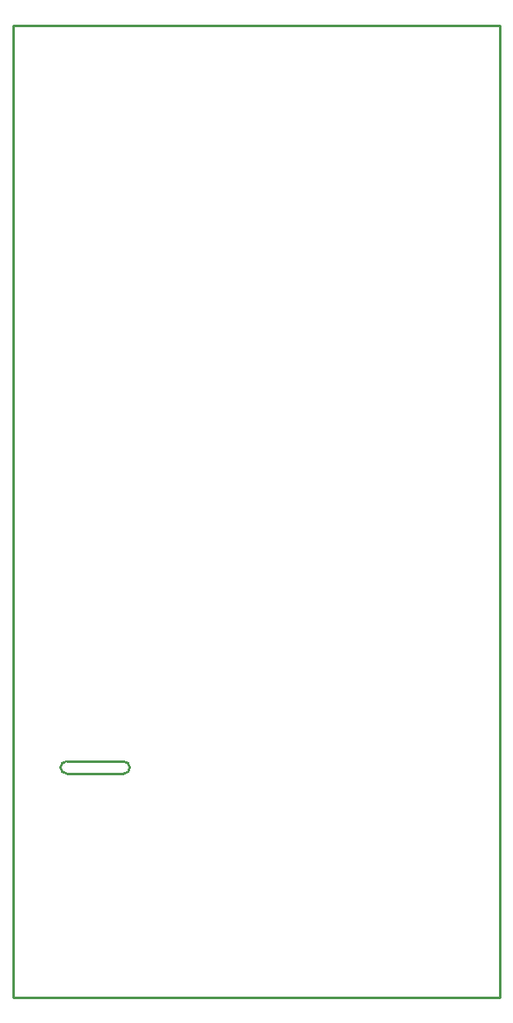
<source format=gko>
G04*
G04 #@! TF.GenerationSoftware,Altium Limited,Altium Designer,21.8.1 (53)*
G04*
G04 Layer_Color=16711935*
%FSLAX25Y25*%
%MOIN*%
G70*
G04*
G04 #@! TF.SameCoordinates,EDE1E146-8CB7-4DB8-9C5D-6FBA97C0E16F*
G04*
G04*
G04 #@! TF.FilePolarity,Positive*
G04*
G01*
G75*
%ADD13C,0.01000*%
D13*
X19047Y-300590D02*
G03*
X21508Y-303051I2461J0D01*
G01*
Y-298130D02*
G03*
X19047Y-300590I0J-2461D01*
G01*
X44638Y-303051D02*
G03*
X47098Y-300590I0J2461D01*
G01*
D02*
G03*
X44638Y-298130I-2461J0D01*
G01*
X0Y-393701D02*
Y-311000D01*
Y-5000D01*
X196850Y-393701D02*
Y0D01*
X21508Y-298130D02*
X22000D01*
X32335D01*
X21508Y-303051D02*
X44638D01*
X32335Y-298130D02*
X44638D01*
X0Y-393701D02*
X196850D01*
X0Y-5000D02*
Y0D01*
X1500D01*
X196850D01*
M02*

</source>
